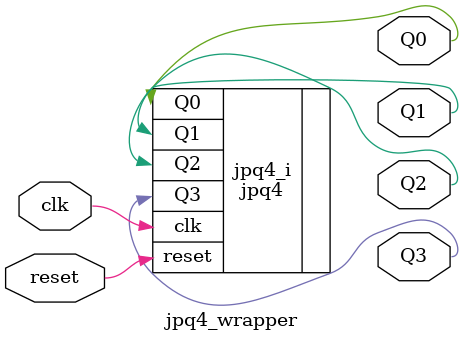
<source format=v>
`timescale 1 ps / 1 ps

module jpq4_wrapper
   (Q0,
    Q1,
    Q2,
    Q3,
    clk,
    reset);
  output Q0;
  output Q1;
  output Q2;
  output Q3;
  input clk;
  input reset;

  wire Q0;
  wire Q1;
  wire Q2;
  wire Q3;
  wire clk;
  wire reset;

  jpq4 jpq4_i
       (.Q0(Q0),
        .Q1(Q1),
        .Q2(Q2),
        .Q3(Q3),
        .clk(clk),
        .reset(reset));
endmodule

</source>
